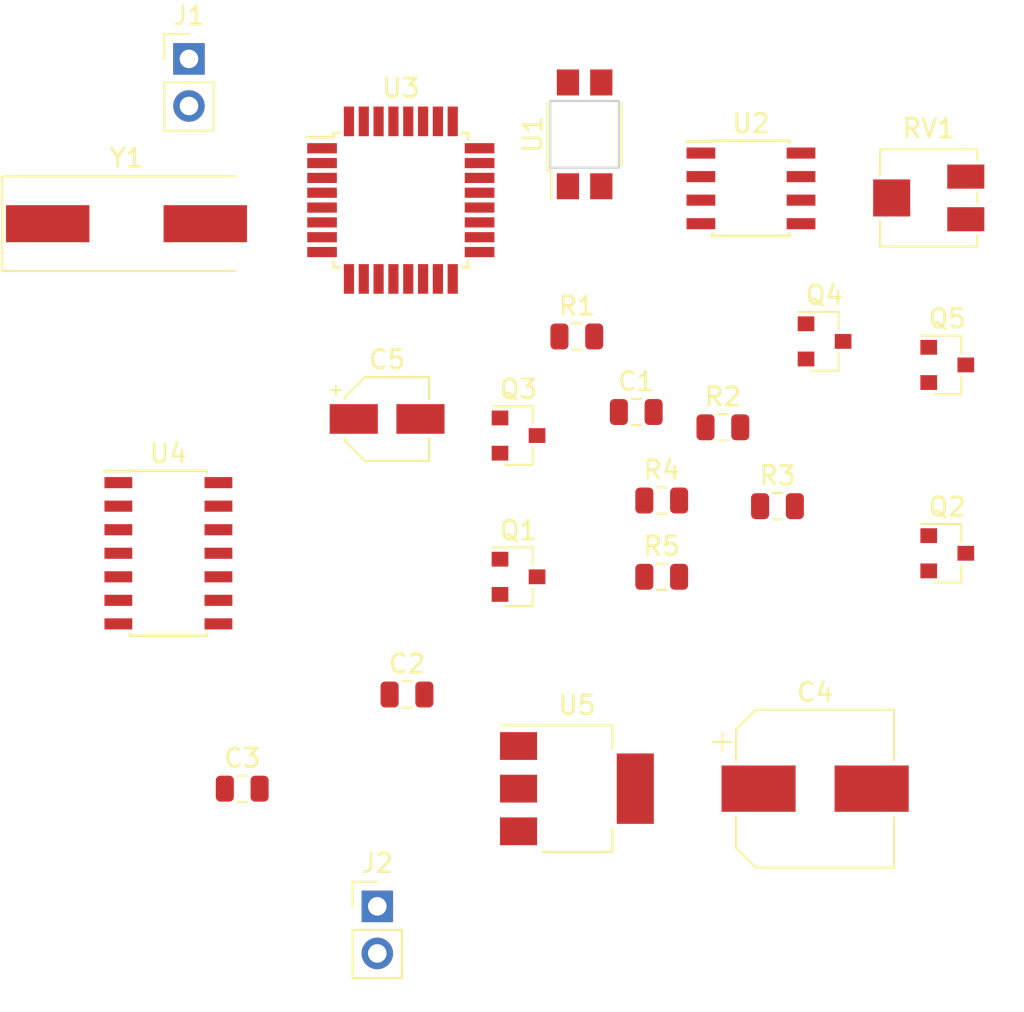
<source format=kicad_pcb>
(kicad_pcb (version 20171130) (host pcbnew "(5.0.0)")

  (general
    (thickness 1.6)
    (drawings 0)
    (tracks 0)
    (zones 0)
    (modules 24)
    (nets 40)
  )

  (page A4)
  (layers
    (0 F.Cu signal)
    (31 B.Cu signal)
    (32 B.Adhes user)
    (33 F.Adhes user)
    (34 B.Paste user)
    (35 F.Paste user)
    (36 B.SilkS user)
    (37 F.SilkS user)
    (38 B.Mask user)
    (39 F.Mask user)
    (40 Dwgs.User user)
    (41 Cmts.User user)
    (42 Eco1.User user)
    (43 Eco2.User user)
    (44 Edge.Cuts user)
    (45 Margin user)
    (46 B.CrtYd user)
    (47 F.CrtYd user)
    (48 B.Fab user)
    (49 F.Fab user)
  )

  (setup
    (last_trace_width 0.25)
    (trace_clearance 0.2)
    (zone_clearance 0.508)
    (zone_45_only no)
    (trace_min 0.2)
    (segment_width 0.2)
    (edge_width 0.15)
    (via_size 0.8)
    (via_drill 0.4)
    (via_min_size 0.4)
    (via_min_drill 0.3)
    (uvia_size 0.3)
    (uvia_drill 0.1)
    (uvias_allowed no)
    (uvia_min_size 0.2)
    (uvia_min_drill 0.1)
    (pcb_text_width 0.3)
    (pcb_text_size 1.5 1.5)
    (mod_edge_width 0.15)
    (mod_text_size 1 1)
    (mod_text_width 0.15)
    (pad_size 1.524 1.524)
    (pad_drill 0.762)
    (pad_to_mask_clearance 0.2)
    (aux_axis_origin 0 0)
    (visible_elements FFFFFF7F)
    (pcbplotparams
      (layerselection 0x010fc_ffffffff)
      (usegerberextensions false)
      (usegerberattributes false)
      (usegerberadvancedattributes false)
      (creategerberjobfile false)
      (excludeedgelayer true)
      (linewidth 0.100000)
      (plotframeref false)
      (viasonmask false)
      (mode 1)
      (useauxorigin false)
      (hpglpennumber 1)
      (hpglpenspeed 20)
      (hpglpendiameter 15.000000)
      (psnegative false)
      (psa4output false)
      (plotreference true)
      (plotvalue true)
      (plotinvisibletext false)
      (padsonsilk false)
      (subtractmaskfromsilk false)
      (outputformat 1)
      (mirror false)
      (drillshape 1)
      (scaleselection 1)
      (outputdirectory ""))
  )

  (net 0 "")
  (net 1 "Net-(C1-Pad1)")
  (net 2 GND)
  (net 3 "Net-(C2-Pad1)")
  (net 4 "Net-(C3-Pad1)")
  (net 5 "Net-(C4-Pad1)")
  (net 6 "Net-(C5-Pad1)")
  (net 7 "Net-(J1-Pad1)")
  (net 8 "Net-(J1-Pad2)")
  (net 9 "Net-(J2-Pad2)")
  (net 10 "Net-(J2-Pad1)")
  (net 11 /M-)
  (net 12 "Net-(Q2-Pad1)")
  (net 13 "Net-(Q3-Pad1)")
  (net 14 "Net-(Q4-Pad1)")
  (net 15 +6V)
  (net 16 "Net-(R1-Pad2)")
  (net 17 "Net-(R2-Pad2)")
  (net 18 "Net-(R3-Pad2)")
  (net 19 "Net-(RV1-Pad2)")
  (net 20 "Net-(U2-Pad5)")
  (net 21 "Net-(U3-Pad1)")
  (net 22 "Net-(U3-Pad2)")
  (net 23 "Net-(U3-Pad9)")
  (net 24 /PWM)
  (net 25 "Net-(U3-Pad14)")
  (net 26 "Net-(U3-Pad15)")
  (net 27 "Net-(U3-Pad16)")
  (net 28 "Net-(U3-Pad17)")
  (net 29 "Net-(U3-Pad19)")
  (net 30 "Net-(U3-Pad20)")
  (net 31 "Net-(U3-Pad22)")
  (net 32 "Net-(U3-Pad24)")
  (net 33 "Net-(U3-Pad25)")
  (net 34 "Net-(U3-Pad26)")
  (net 35 "Net-(U3-Pad27)")
  (net 36 "Net-(U3-Pad28)")
  (net 37 "Net-(U3-Pad29)")
  (net 38 "Net-(U3-Pad32)")
  (net 39 "Net-(U4-Pad11)")

  (net_class Default "Это класс цепей по умолчанию."
    (clearance 0.2)
    (trace_width 0.25)
    (via_dia 0.8)
    (via_drill 0.4)
    (uvia_dia 0.3)
    (uvia_drill 0.1)
    (add_net +6V)
    (add_net /M-)
    (add_net /PWM)
    (add_net GND)
    (add_net "Net-(C1-Pad1)")
    (add_net "Net-(C2-Pad1)")
    (add_net "Net-(C3-Pad1)")
    (add_net "Net-(C4-Pad1)")
    (add_net "Net-(C5-Pad1)")
    (add_net "Net-(J1-Pad1)")
    (add_net "Net-(J1-Pad2)")
    (add_net "Net-(J2-Pad1)")
    (add_net "Net-(J2-Pad2)")
    (add_net "Net-(Q2-Pad1)")
    (add_net "Net-(Q3-Pad1)")
    (add_net "Net-(Q4-Pad1)")
    (add_net "Net-(R1-Pad2)")
    (add_net "Net-(R2-Pad2)")
    (add_net "Net-(R3-Pad2)")
    (add_net "Net-(RV1-Pad2)")
    (add_net "Net-(U2-Pad5)")
    (add_net "Net-(U3-Pad1)")
    (add_net "Net-(U3-Pad14)")
    (add_net "Net-(U3-Pad15)")
    (add_net "Net-(U3-Pad16)")
    (add_net "Net-(U3-Pad17)")
    (add_net "Net-(U3-Pad19)")
    (add_net "Net-(U3-Pad2)")
    (add_net "Net-(U3-Pad20)")
    (add_net "Net-(U3-Pad22)")
    (add_net "Net-(U3-Pad24)")
    (add_net "Net-(U3-Pad25)")
    (add_net "Net-(U3-Pad26)")
    (add_net "Net-(U3-Pad27)")
    (add_net "Net-(U3-Pad28)")
    (add_net "Net-(U3-Pad29)")
    (add_net "Net-(U3-Pad32)")
    (add_net "Net-(U3-Pad9)")
    (add_net "Net-(U4-Pad11)")
  )

  (module Capacitor_SMD:C_0805_2012Metric (layer F.Cu) (tedit 5B36C52B) (tstamp 5BFDA4CE)
    (at 138.43 76.2)
    (descr "Capacitor SMD 0805 (2012 Metric), square (rectangular) end terminal, IPC_7351 nominal, (Body size source: https://docs.google.com/spreadsheets/d/1BsfQQcO9C6DZCsRaXUlFlo91Tg2WpOkGARC1WS5S8t0/edit?usp=sharing), generated with kicad-footprint-generator")
    (tags capacitor)
    (path /5BF48675)
    (attr smd)
    (fp_text reference C1 (at 0 -1.65) (layer F.SilkS)
      (effects (font (size 1 1) (thickness 0.15)))
    )
    (fp_text value 100n (at 0 1.65) (layer F.Fab)
      (effects (font (size 1 1) (thickness 0.15)))
    )
    (fp_line (start -1 0.6) (end -1 -0.6) (layer F.Fab) (width 0.1))
    (fp_line (start -1 -0.6) (end 1 -0.6) (layer F.Fab) (width 0.1))
    (fp_line (start 1 -0.6) (end 1 0.6) (layer F.Fab) (width 0.1))
    (fp_line (start 1 0.6) (end -1 0.6) (layer F.Fab) (width 0.1))
    (fp_line (start -0.258578 -0.71) (end 0.258578 -0.71) (layer F.SilkS) (width 0.12))
    (fp_line (start -0.258578 0.71) (end 0.258578 0.71) (layer F.SilkS) (width 0.12))
    (fp_line (start -1.68 0.95) (end -1.68 -0.95) (layer F.CrtYd) (width 0.05))
    (fp_line (start -1.68 -0.95) (end 1.68 -0.95) (layer F.CrtYd) (width 0.05))
    (fp_line (start 1.68 -0.95) (end 1.68 0.95) (layer F.CrtYd) (width 0.05))
    (fp_line (start 1.68 0.95) (end -1.68 0.95) (layer F.CrtYd) (width 0.05))
    (fp_text user %R (at 0 0) (layer F.Fab)
      (effects (font (size 0.5 0.5) (thickness 0.08)))
    )
    (pad 1 smd roundrect (at -0.9375 0) (size 0.975 1.4) (layers F.Cu F.Paste F.Mask) (roundrect_rratio 0.25)
      (net 1 "Net-(C1-Pad1)"))
    (pad 2 smd roundrect (at 0.9375 0) (size 0.975 1.4) (layers F.Cu F.Paste F.Mask) (roundrect_rratio 0.25)
      (net 2 GND))
    (model ${KISYS3DMOD}/Capacitor_SMD.3dshapes/C_0805_2012Metric.wrl
      (at (xyz 0 0 0))
      (scale (xyz 1 1 1))
      (rotate (xyz 0 0 0))
    )
  )

  (module Capacitor_SMD:C_0805_2012Metric (layer F.Cu) (tedit 5B36C52B) (tstamp 5BFDA4DF)
    (at 126.0625 91.44)
    (descr "Capacitor SMD 0805 (2012 Metric), square (rectangular) end terminal, IPC_7351 nominal, (Body size source: https://docs.google.com/spreadsheets/d/1BsfQQcO9C6DZCsRaXUlFlo91Tg2WpOkGARC1WS5S8t0/edit?usp=sharing), generated with kicad-footprint-generator")
    (tags capacitor)
    (path /5BD3D5DF)
    (attr smd)
    (fp_text reference C2 (at 0 -1.65) (layer F.SilkS)
      (effects (font (size 1 1) (thickness 0.15)))
    )
    (fp_text value C_Small (at 0 1.65) (layer F.Fab)
      (effects (font (size 1 1) (thickness 0.15)))
    )
    (fp_text user %R (at 0 0) (layer F.Fab)
      (effects (font (size 0.5 0.5) (thickness 0.08)))
    )
    (fp_line (start 1.68 0.95) (end -1.68 0.95) (layer F.CrtYd) (width 0.05))
    (fp_line (start 1.68 -0.95) (end 1.68 0.95) (layer F.CrtYd) (width 0.05))
    (fp_line (start -1.68 -0.95) (end 1.68 -0.95) (layer F.CrtYd) (width 0.05))
    (fp_line (start -1.68 0.95) (end -1.68 -0.95) (layer F.CrtYd) (width 0.05))
    (fp_line (start -0.258578 0.71) (end 0.258578 0.71) (layer F.SilkS) (width 0.12))
    (fp_line (start -0.258578 -0.71) (end 0.258578 -0.71) (layer F.SilkS) (width 0.12))
    (fp_line (start 1 0.6) (end -1 0.6) (layer F.Fab) (width 0.1))
    (fp_line (start 1 -0.6) (end 1 0.6) (layer F.Fab) (width 0.1))
    (fp_line (start -1 -0.6) (end 1 -0.6) (layer F.Fab) (width 0.1))
    (fp_line (start -1 0.6) (end -1 -0.6) (layer F.Fab) (width 0.1))
    (pad 2 smd roundrect (at 0.9375 0) (size 0.975 1.4) (layers F.Cu F.Paste F.Mask) (roundrect_rratio 0.25)
      (net 2 GND))
    (pad 1 smd roundrect (at -0.9375 0) (size 0.975 1.4) (layers F.Cu F.Paste F.Mask) (roundrect_rratio 0.25)
      (net 3 "Net-(C2-Pad1)"))
    (model ${KISYS3DMOD}/Capacitor_SMD.3dshapes/C_0805_2012Metric.wrl
      (at (xyz 0 0 0))
      (scale (xyz 1 1 1))
      (rotate (xyz 0 0 0))
    )
  )

  (module Capacitor_SMD:C_0805_2012Metric (layer F.Cu) (tedit 5B36C52B) (tstamp 5BFDA4F0)
    (at 117.1725 96.52)
    (descr "Capacitor SMD 0805 (2012 Metric), square (rectangular) end terminal, IPC_7351 nominal, (Body size source: https://docs.google.com/spreadsheets/d/1BsfQQcO9C6DZCsRaXUlFlo91Tg2WpOkGARC1WS5S8t0/edit?usp=sharing), generated with kicad-footprint-generator")
    (tags capacitor)
    (path /5BD3D65D)
    (attr smd)
    (fp_text reference C3 (at 0 -1.65) (layer F.SilkS)
      (effects (font (size 1 1) (thickness 0.15)))
    )
    (fp_text value C_Small (at 0 1.65) (layer F.Fab)
      (effects (font (size 1 1) (thickness 0.15)))
    )
    (fp_line (start -1 0.6) (end -1 -0.6) (layer F.Fab) (width 0.1))
    (fp_line (start -1 -0.6) (end 1 -0.6) (layer F.Fab) (width 0.1))
    (fp_line (start 1 -0.6) (end 1 0.6) (layer F.Fab) (width 0.1))
    (fp_line (start 1 0.6) (end -1 0.6) (layer F.Fab) (width 0.1))
    (fp_line (start -0.258578 -0.71) (end 0.258578 -0.71) (layer F.SilkS) (width 0.12))
    (fp_line (start -0.258578 0.71) (end 0.258578 0.71) (layer F.SilkS) (width 0.12))
    (fp_line (start -1.68 0.95) (end -1.68 -0.95) (layer F.CrtYd) (width 0.05))
    (fp_line (start -1.68 -0.95) (end 1.68 -0.95) (layer F.CrtYd) (width 0.05))
    (fp_line (start 1.68 -0.95) (end 1.68 0.95) (layer F.CrtYd) (width 0.05))
    (fp_line (start 1.68 0.95) (end -1.68 0.95) (layer F.CrtYd) (width 0.05))
    (fp_text user %R (at 0 0) (layer F.Fab)
      (effects (font (size 0.5 0.5) (thickness 0.08)))
    )
    (pad 1 smd roundrect (at -0.9375 0) (size 0.975 1.4) (layers F.Cu F.Paste F.Mask) (roundrect_rratio 0.25)
      (net 4 "Net-(C3-Pad1)"))
    (pad 2 smd roundrect (at 0.9375 0) (size 0.975 1.4) (layers F.Cu F.Paste F.Mask) (roundrect_rratio 0.25)
      (net 2 GND))
    (model ${KISYS3DMOD}/Capacitor_SMD.3dshapes/C_0805_2012Metric.wrl
      (at (xyz 0 0 0))
      (scale (xyz 1 1 1))
      (rotate (xyz 0 0 0))
    )
  )

  (module Capacitor_SMD:CP_Elec_8x5.4 (layer F.Cu) (tedit 5A841F9D) (tstamp 5BFDA518)
    (at 148.08 96.52)
    (descr "SMT capacitor, aluminium electrolytic, 8x5.4, Nichicon ")
    (tags "Capacitor Electrolytic")
    (path /5BD28CB3)
    (attr smd)
    (fp_text reference C4 (at 0 -5.2) (layer F.SilkS)
      (effects (font (size 1 1) (thickness 0.15)))
    )
    (fp_text value CP (at 0 5.2) (layer F.Fab)
      (effects (font (size 1 1) (thickness 0.15)))
    )
    (fp_circle (center 0 0) (end 4 0) (layer F.Fab) (width 0.1))
    (fp_line (start 4.15 -4.15) (end 4.15 4.15) (layer F.Fab) (width 0.1))
    (fp_line (start -3.15 -4.15) (end 4.15 -4.15) (layer F.Fab) (width 0.1))
    (fp_line (start -3.15 4.15) (end 4.15 4.15) (layer F.Fab) (width 0.1))
    (fp_line (start -4.15 -3.15) (end -4.15 3.15) (layer F.Fab) (width 0.1))
    (fp_line (start -4.15 -3.15) (end -3.15 -4.15) (layer F.Fab) (width 0.1))
    (fp_line (start -4.15 3.15) (end -3.15 4.15) (layer F.Fab) (width 0.1))
    (fp_line (start -3.562278 -1.5) (end -2.762278 -1.5) (layer F.Fab) (width 0.1))
    (fp_line (start -3.162278 -1.9) (end -3.162278 -1.1) (layer F.Fab) (width 0.1))
    (fp_line (start 4.26 4.26) (end 4.26 1.51) (layer F.SilkS) (width 0.12))
    (fp_line (start 4.26 -4.26) (end 4.26 -1.51) (layer F.SilkS) (width 0.12))
    (fp_line (start -3.195563 -4.26) (end 4.26 -4.26) (layer F.SilkS) (width 0.12))
    (fp_line (start -3.195563 4.26) (end 4.26 4.26) (layer F.SilkS) (width 0.12))
    (fp_line (start -4.26 3.195563) (end -4.26 1.51) (layer F.SilkS) (width 0.12))
    (fp_line (start -4.26 -3.195563) (end -4.26 -1.51) (layer F.SilkS) (width 0.12))
    (fp_line (start -4.26 -3.195563) (end -3.195563 -4.26) (layer F.SilkS) (width 0.12))
    (fp_line (start -4.26 3.195563) (end -3.195563 4.26) (layer F.SilkS) (width 0.12))
    (fp_line (start -5.5 -2.51) (end -4.5 -2.51) (layer F.SilkS) (width 0.12))
    (fp_line (start -5 -3.01) (end -5 -2.01) (layer F.SilkS) (width 0.12))
    (fp_line (start 4.4 -4.4) (end 4.4 -1.5) (layer F.CrtYd) (width 0.05))
    (fp_line (start 4.4 -1.5) (end 5.3 -1.5) (layer F.CrtYd) (width 0.05))
    (fp_line (start 5.3 -1.5) (end 5.3 1.5) (layer F.CrtYd) (width 0.05))
    (fp_line (start 5.3 1.5) (end 4.4 1.5) (layer F.CrtYd) (width 0.05))
    (fp_line (start 4.4 1.5) (end 4.4 4.4) (layer F.CrtYd) (width 0.05))
    (fp_line (start -3.25 4.4) (end 4.4 4.4) (layer F.CrtYd) (width 0.05))
    (fp_line (start -3.25 -4.4) (end 4.4 -4.4) (layer F.CrtYd) (width 0.05))
    (fp_line (start -4.4 3.25) (end -3.25 4.4) (layer F.CrtYd) (width 0.05))
    (fp_line (start -4.4 -3.25) (end -3.25 -4.4) (layer F.CrtYd) (width 0.05))
    (fp_line (start -4.4 -3.25) (end -4.4 -1.5) (layer F.CrtYd) (width 0.05))
    (fp_line (start -4.4 1.5) (end -4.4 3.25) (layer F.CrtYd) (width 0.05))
    (fp_line (start -4.4 -1.5) (end -5.3 -1.5) (layer F.CrtYd) (width 0.05))
    (fp_line (start -5.3 -1.5) (end -5.3 1.5) (layer F.CrtYd) (width 0.05))
    (fp_line (start -5.3 1.5) (end -4.4 1.5) (layer F.CrtYd) (width 0.05))
    (fp_text user %R (at 0 0) (layer F.Fab)
      (effects (font (size 1 1) (thickness 0.15)))
    )
    (pad 1 smd rect (at -3.05 0) (size 4 2.5) (layers F.Cu F.Paste F.Mask)
      (net 5 "Net-(C4-Pad1)"))
    (pad 2 smd rect (at 3.05 0) (size 4 2.5) (layers F.Cu F.Paste F.Mask)
      (net 2 GND))
    (model ${KISYS3DMOD}/Capacitor_SMD.3dshapes/CP_Elec_8x5.4.wrl
      (at (xyz 0 0 0))
      (scale (xyz 1 1 1))
      (rotate (xyz 0 0 0))
    )
  )

  (module Capacitor_SMD:CP_Elec_4x3 (layer F.Cu) (tedit 5A841F9D) (tstamp 5BFDA540)
    (at 124.99 76.575001)
    (descr "SMT capacitor, aluminium electrolytic, 4x3, Nichicon ")
    (tags "Capacitor Electrolytic")
    (path /5BD28C33)
    (attr smd)
    (fp_text reference C5 (at 0 -3.2) (layer F.SilkS)
      (effects (font (size 1 1) (thickness 0.15)))
    )
    (fp_text value CP (at 0 3.2) (layer F.Fab)
      (effects (font (size 1 1) (thickness 0.15)))
    )
    (fp_circle (center 0 0) (end 2 0) (layer F.Fab) (width 0.1))
    (fp_line (start 2.15 -2.15) (end 2.15 2.15) (layer F.Fab) (width 0.1))
    (fp_line (start -1.15 -2.15) (end 2.15 -2.15) (layer F.Fab) (width 0.1))
    (fp_line (start -1.15 2.15) (end 2.15 2.15) (layer F.Fab) (width 0.1))
    (fp_line (start -2.15 -1.15) (end -2.15 1.15) (layer F.Fab) (width 0.1))
    (fp_line (start -2.15 -1.15) (end -1.15 -2.15) (layer F.Fab) (width 0.1))
    (fp_line (start -2.15 1.15) (end -1.15 2.15) (layer F.Fab) (width 0.1))
    (fp_line (start -1.574773 -1) (end -1.174773 -1) (layer F.Fab) (width 0.1))
    (fp_line (start -1.374773 -1.2) (end -1.374773 -0.8) (layer F.Fab) (width 0.1))
    (fp_line (start 2.26 2.26) (end 2.26 1.06) (layer F.SilkS) (width 0.12))
    (fp_line (start 2.26 -2.26) (end 2.26 -1.06) (layer F.SilkS) (width 0.12))
    (fp_line (start -1.195563 -2.26) (end 2.26 -2.26) (layer F.SilkS) (width 0.12))
    (fp_line (start -1.195563 2.26) (end 2.26 2.26) (layer F.SilkS) (width 0.12))
    (fp_line (start -2.26 1.195563) (end -2.26 1.06) (layer F.SilkS) (width 0.12))
    (fp_line (start -2.26 -1.195563) (end -2.26 -1.06) (layer F.SilkS) (width 0.12))
    (fp_line (start -2.26 -1.195563) (end -1.195563 -2.26) (layer F.SilkS) (width 0.12))
    (fp_line (start -2.26 1.195563) (end -1.195563 2.26) (layer F.SilkS) (width 0.12))
    (fp_line (start -3 -1.56) (end -2.5 -1.56) (layer F.SilkS) (width 0.12))
    (fp_line (start -2.75 -1.81) (end -2.75 -1.31) (layer F.SilkS) (width 0.12))
    (fp_line (start 2.4 -2.4) (end 2.4 -1.05) (layer F.CrtYd) (width 0.05))
    (fp_line (start 2.4 -1.05) (end 3.35 -1.05) (layer F.CrtYd) (width 0.05))
    (fp_line (start 3.35 -1.05) (end 3.35 1.05) (layer F.CrtYd) (width 0.05))
    (fp_line (start 3.35 1.05) (end 2.4 1.05) (layer F.CrtYd) (width 0.05))
    (fp_line (start 2.4 1.05) (end 2.4 2.4) (layer F.CrtYd) (width 0.05))
    (fp_line (start -1.25 2.4) (end 2.4 2.4) (layer F.CrtYd) (width 0.05))
    (fp_line (start -1.25 -2.4) (end 2.4 -2.4) (layer F.CrtYd) (width 0.05))
    (fp_line (start -2.4 1.25) (end -1.25 2.4) (layer F.CrtYd) (width 0.05))
    (fp_line (start -2.4 -1.25) (end -1.25 -2.4) (layer F.CrtYd) (width 0.05))
    (fp_line (start -2.4 -1.25) (end -2.4 -1.05) (layer F.CrtYd) (width 0.05))
    (fp_line (start -2.4 1.05) (end -2.4 1.25) (layer F.CrtYd) (width 0.05))
    (fp_line (start -2.4 -1.05) (end -3.35 -1.05) (layer F.CrtYd) (width 0.05))
    (fp_line (start -3.35 -1.05) (end -3.35 1.05) (layer F.CrtYd) (width 0.05))
    (fp_line (start -3.35 1.05) (end -2.4 1.05) (layer F.CrtYd) (width 0.05))
    (fp_text user %R (at 0 0) (layer F.Fab)
      (effects (font (size 0.8 0.8) (thickness 0.12)))
    )
    (pad 1 smd rect (at -1.8 0) (size 2.6 1.6) (layers F.Cu F.Paste F.Mask)
      (net 6 "Net-(C5-Pad1)"))
    (pad 2 smd rect (at 1.8 0) (size 2.6 1.6) (layers F.Cu F.Paste F.Mask)
      (net 2 GND))
    (model ${KISYS3DMOD}/Capacitor_SMD.3dshapes/CP_Elec_4x3.wrl
      (at (xyz 0 0 0))
      (scale (xyz 1 1 1))
      (rotate (xyz 0 0 0))
    )
  )

  (module Connector_PinHeader_2.54mm:PinHeader_1x02_P2.54mm_Vertical (layer F.Cu) (tedit 59FED5CC) (tstamp 5BFDA556)
    (at 114.3 57.15)
    (descr "Through hole straight pin header, 1x02, 2.54mm pitch, single row")
    (tags "Through hole pin header THT 1x02 2.54mm single row")
    (path /5BF31C5B)
    (fp_text reference J1 (at 0 -2.33) (layer F.SilkS)
      (effects (font (size 1 1) (thickness 0.15)))
    )
    (fp_text value UART (at 0 4.87) (layer F.Fab)
      (effects (font (size 1 1) (thickness 0.15)))
    )
    (fp_line (start -0.635 -1.27) (end 1.27 -1.27) (layer F.Fab) (width 0.1))
    (fp_line (start 1.27 -1.27) (end 1.27 3.81) (layer F.Fab) (width 0.1))
    (fp_line (start 1.27 3.81) (end -1.27 3.81) (layer F.Fab) (width 0.1))
    (fp_line (start -1.27 3.81) (end -1.27 -0.635) (layer F.Fab) (width 0.1))
    (fp_line (start -1.27 -0.635) (end -0.635 -1.27) (layer F.Fab) (width 0.1))
    (fp_line (start -1.33 3.87) (end 1.33 3.87) (layer F.SilkS) (width 0.12))
    (fp_line (start -1.33 1.27) (end -1.33 3.87) (layer F.SilkS) (width 0.12))
    (fp_line (start 1.33 1.27) (end 1.33 3.87) (layer F.SilkS) (width 0.12))
    (fp_line (start -1.33 1.27) (end 1.33 1.27) (layer F.SilkS) (width 0.12))
    (fp_line (start -1.33 0) (end -1.33 -1.33) (layer F.SilkS) (width 0.12))
    (fp_line (start -1.33 -1.33) (end 0 -1.33) (layer F.SilkS) (width 0.12))
    (fp_line (start -1.8 -1.8) (end -1.8 4.35) (layer F.CrtYd) (width 0.05))
    (fp_line (start -1.8 4.35) (end 1.8 4.35) (layer F.CrtYd) (width 0.05))
    (fp_line (start 1.8 4.35) (end 1.8 -1.8) (layer F.CrtYd) (width 0.05))
    (fp_line (start 1.8 -1.8) (end -1.8 -1.8) (layer F.CrtYd) (width 0.05))
    (fp_text user %R (at 0 1.27 90) (layer F.Fab)
      (effects (font (size 1 1) (thickness 0.15)))
    )
    (pad 1 thru_hole rect (at 0 0) (size 1.7 1.7) (drill 1) (layers *.Cu *.Mask)
      (net 7 "Net-(J1-Pad1)"))
    (pad 2 thru_hole oval (at 0 2.54) (size 1.7 1.7) (drill 1) (layers *.Cu *.Mask)
      (net 8 "Net-(J1-Pad2)"))
    (model ${KISYS3DMOD}/Connector_PinHeader_2.54mm.3dshapes/PinHeader_1x02_P2.54mm_Vertical.wrl
      (at (xyz 0 0 0))
      (scale (xyz 1 1 1))
      (rotate (xyz 0 0 0))
    )
  )

  (module Connector_PinHeader_2.54mm:PinHeader_1x02_P2.54mm_Vertical (layer F.Cu) (tedit 59FED5CC) (tstamp 5BFDA56C)
    (at 124.46 102.87)
    (descr "Through hole straight pin header, 1x02, 2.54mm pitch, single row")
    (tags "Through hole pin header THT 1x02 2.54mm single row")
    (path /5BF78960)
    (fp_text reference J2 (at 0 -2.33) (layer F.SilkS)
      (effects (font (size 1 1) (thickness 0.15)))
    )
    (fp_text value Conn_01x02_Male (at 0 4.87) (layer F.Fab)
      (effects (font (size 1 1) (thickness 0.15)))
    )
    (fp_text user %R (at 0 1.27 90) (layer F.Fab)
      (effects (font (size 1 1) (thickness 0.15)))
    )
    (fp_line (start 1.8 -1.8) (end -1.8 -1.8) (layer F.CrtYd) (width 0.05))
    (fp_line (start 1.8 4.35) (end 1.8 -1.8) (layer F.CrtYd) (width 0.05))
    (fp_line (start -1.8 4.35) (end 1.8 4.35) (layer F.CrtYd) (width 0.05))
    (fp_line (start -1.8 -1.8) (end -1.8 4.35) (layer F.CrtYd) (width 0.05))
    (fp_line (start -1.33 -1.33) (end 0 -1.33) (layer F.SilkS) (width 0.12))
    (fp_line (start -1.33 0) (end -1.33 -1.33) (layer F.SilkS) (width 0.12))
    (fp_line (start -1.33 1.27) (end 1.33 1.27) (layer F.SilkS) (width 0.12))
    (fp_line (start 1.33 1.27) (end 1.33 3.87) (layer F.SilkS) (width 0.12))
    (fp_line (start -1.33 1.27) (end -1.33 3.87) (layer F.SilkS) (width 0.12))
    (fp_line (start -1.33 3.87) (end 1.33 3.87) (layer F.SilkS) (width 0.12))
    (fp_line (start -1.27 -0.635) (end -0.635 -1.27) (layer F.Fab) (width 0.1))
    (fp_line (start -1.27 3.81) (end -1.27 -0.635) (layer F.Fab) (width 0.1))
    (fp_line (start 1.27 3.81) (end -1.27 3.81) (layer F.Fab) (width 0.1))
    (fp_line (start 1.27 -1.27) (end 1.27 3.81) (layer F.Fab) (width 0.1))
    (fp_line (start -0.635 -1.27) (end 1.27 -1.27) (layer F.Fab) (width 0.1))
    (pad 2 thru_hole oval (at 0 2.54) (size 1.7 1.7) (drill 1) (layers *.Cu *.Mask)
      (net 9 "Net-(J2-Pad2)"))
    (pad 1 thru_hole rect (at 0 0) (size 1.7 1.7) (drill 1) (layers *.Cu *.Mask)
      (net 10 "Net-(J2-Pad1)"))
    (model ${KISYS3DMOD}/Connector_PinHeader_2.54mm.3dshapes/PinHeader_1x02_P2.54mm_Vertical.wrl
      (at (xyz 0 0 0))
      (scale (xyz 1 1 1))
      (rotate (xyz 0 0 0))
    )
  )

  (module Package_TO_SOT_SMD:SOT-23 (layer F.Cu) (tedit 5A02FF57) (tstamp 5BFDA581)
    (at 132.08 85.09)
    (descr "SOT-23, Standard")
    (tags SOT-23)
    (path /5BCA261D)
    (attr smd)
    (fp_text reference Q1 (at 0 -2.5) (layer F.SilkS)
      (effects (font (size 1 1) (thickness 0.15)))
    )
    (fp_text value IRLML6402 (at 0 2.5) (layer F.Fab)
      (effects (font (size 1 1) (thickness 0.15)))
    )
    (fp_line (start 0.76 1.58) (end -0.7 1.58) (layer F.SilkS) (width 0.12))
    (fp_line (start 0.76 -1.58) (end -1.4 -1.58) (layer F.SilkS) (width 0.12))
    (fp_line (start -1.7 1.75) (end -1.7 -1.75) (layer F.CrtYd) (width 0.05))
    (fp_line (start 1.7 1.75) (end -1.7 1.75) (layer F.CrtYd) (width 0.05))
    (fp_line (start 1.7 -1.75) (end 1.7 1.75) (layer F.CrtYd) (width 0.05))
    (fp_line (start -1.7 -1.75) (end 1.7 -1.75) (layer F.CrtYd) (width 0.05))
    (fp_line (start 0.76 -1.58) (end 0.76 -0.65) (layer F.SilkS) (width 0.12))
    (fp_line (start 0.76 1.58) (end 0.76 0.65) (layer F.SilkS) (width 0.12))
    (fp_line (start -0.7 1.52) (end 0.7 1.52) (layer F.Fab) (width 0.1))
    (fp_line (start 0.7 -1.52) (end 0.7 1.52) (layer F.Fab) (width 0.1))
    (fp_line (start -0.7 -0.95) (end -0.15 -1.52) (layer F.Fab) (width 0.1))
    (fp_line (start -0.15 -1.52) (end 0.7 -1.52) (layer F.Fab) (width 0.1))
    (fp_line (start -0.7 -0.95) (end -0.7 1.5) (layer F.Fab) (width 0.1))
    (fp_text user %R (at 0 0 90) (layer F.Fab)
      (effects (font (size 0.5 0.5) (thickness 0.075)))
    )
    (pad 3 smd rect (at 1 0) (size 0.9 0.8) (layers F.Cu F.Paste F.Mask)
      (net 10 "Net-(J2-Pad1)"))
    (pad 2 smd rect (at -1 0.95) (size 0.9 0.8) (layers F.Cu F.Paste F.Mask)
      (net 6 "Net-(C5-Pad1)"))
    (pad 1 smd rect (at -1 -0.95) (size 0.9 0.8) (layers F.Cu F.Paste F.Mask)
      (net 11 /M-))
    (model ${KISYS3DMOD}/Package_TO_SOT_SMD.3dshapes/SOT-23.wrl
      (at (xyz 0 0 0))
      (scale (xyz 1 1 1))
      (rotate (xyz 0 0 0))
    )
  )

  (module Package_TO_SOT_SMD:SOT-23 (layer F.Cu) (tedit 5A02FF57) (tstamp 5BFDA596)
    (at 155.21 83.82)
    (descr "SOT-23, Standard")
    (tags SOT-23)
    (path /5BCA55D7)
    (attr smd)
    (fp_text reference Q2 (at 0 -2.5) (layer F.SilkS)
      (effects (font (size 1 1) (thickness 0.15)))
    )
    (fp_text value IRLML2502 (at 0 2.5) (layer F.Fab)
      (effects (font (size 1 1) (thickness 0.15)))
    )
    (fp_text user %R (at 0 0 90) (layer F.Fab)
      (effects (font (size 0.5 0.5) (thickness 0.075)))
    )
    (fp_line (start -0.7 -0.95) (end -0.7 1.5) (layer F.Fab) (width 0.1))
    (fp_line (start -0.15 -1.52) (end 0.7 -1.52) (layer F.Fab) (width 0.1))
    (fp_line (start -0.7 -0.95) (end -0.15 -1.52) (layer F.Fab) (width 0.1))
    (fp_line (start 0.7 -1.52) (end 0.7 1.52) (layer F.Fab) (width 0.1))
    (fp_line (start -0.7 1.52) (end 0.7 1.52) (layer F.Fab) (width 0.1))
    (fp_line (start 0.76 1.58) (end 0.76 0.65) (layer F.SilkS) (width 0.12))
    (fp_line (start 0.76 -1.58) (end 0.76 -0.65) (layer F.SilkS) (width 0.12))
    (fp_line (start -1.7 -1.75) (end 1.7 -1.75) (layer F.CrtYd) (width 0.05))
    (fp_line (start 1.7 -1.75) (end 1.7 1.75) (layer F.CrtYd) (width 0.05))
    (fp_line (start 1.7 1.75) (end -1.7 1.75) (layer F.CrtYd) (width 0.05))
    (fp_line (start -1.7 1.75) (end -1.7 -1.75) (layer F.CrtYd) (width 0.05))
    (fp_line (start 0.76 -1.58) (end -1.4 -1.58) (layer F.SilkS) (width 0.12))
    (fp_line (start 0.76 1.58) (end -0.7 1.58) (layer F.SilkS) (width 0.12))
    (pad 1 smd rect (at -1 -0.95) (size 0.9 0.8) (layers F.Cu F.Paste F.Mask)
      (net 12 "Net-(Q2-Pad1)"))
    (pad 2 smd rect (at -1 0.95) (size 0.9 0.8) (layers F.Cu F.Paste F.Mask)
      (net 2 GND))
    (pad 3 smd rect (at 1 0) (size 0.9 0.8) (layers F.Cu F.Paste F.Mask)
      (net 10 "Net-(J2-Pad1)"))
    (model ${KISYS3DMOD}/Package_TO_SOT_SMD.3dshapes/SOT-23.wrl
      (at (xyz 0 0 0))
      (scale (xyz 1 1 1))
      (rotate (xyz 0 0 0))
    )
  )

  (module Package_TO_SOT_SMD:SOT-23 (layer F.Cu) (tedit 5A02FF57) (tstamp 5BFDA5AB)
    (at 132.08 77.47)
    (descr "SOT-23, Standard")
    (tags SOT-23)
    (path /5BCA2511)
    (attr smd)
    (fp_text reference Q3 (at 0 -2.5) (layer F.SilkS)
      (effects (font (size 1 1) (thickness 0.15)))
    )
    (fp_text value IRLML6402 (at 0 2.5) (layer F.Fab)
      (effects (font (size 1 1) (thickness 0.15)))
    )
    (fp_text user %R (at 0 0 90) (layer F.Fab)
      (effects (font (size 0.5 0.5) (thickness 0.075)))
    )
    (fp_line (start -0.7 -0.95) (end -0.7 1.5) (layer F.Fab) (width 0.1))
    (fp_line (start -0.15 -1.52) (end 0.7 -1.52) (layer F.Fab) (width 0.1))
    (fp_line (start -0.7 -0.95) (end -0.15 -1.52) (layer F.Fab) (width 0.1))
    (fp_line (start 0.7 -1.52) (end 0.7 1.52) (layer F.Fab) (width 0.1))
    (fp_line (start -0.7 1.52) (end 0.7 1.52) (layer F.Fab) (width 0.1))
    (fp_line (start 0.76 1.58) (end 0.76 0.65) (layer F.SilkS) (width 0.12))
    (fp_line (start 0.76 -1.58) (end 0.76 -0.65) (layer F.SilkS) (width 0.12))
    (fp_line (start -1.7 -1.75) (end 1.7 -1.75) (layer F.CrtYd) (width 0.05))
    (fp_line (start 1.7 -1.75) (end 1.7 1.75) (layer F.CrtYd) (width 0.05))
    (fp_line (start 1.7 1.75) (end -1.7 1.75) (layer F.CrtYd) (width 0.05))
    (fp_line (start -1.7 1.75) (end -1.7 -1.75) (layer F.CrtYd) (width 0.05))
    (fp_line (start 0.76 -1.58) (end -1.4 -1.58) (layer F.SilkS) (width 0.12))
    (fp_line (start 0.76 1.58) (end -0.7 1.58) (layer F.SilkS) (width 0.12))
    (pad 1 smd rect (at -1 -0.95) (size 0.9 0.8) (layers F.Cu F.Paste F.Mask)
      (net 13 "Net-(Q3-Pad1)"))
    (pad 2 smd rect (at -1 0.95) (size 0.9 0.8) (layers F.Cu F.Paste F.Mask)
      (net 6 "Net-(C5-Pad1)"))
    (pad 3 smd rect (at 1 0) (size 0.9 0.8) (layers F.Cu F.Paste F.Mask)
      (net 9 "Net-(J2-Pad2)"))
    (model ${KISYS3DMOD}/Package_TO_SOT_SMD.3dshapes/SOT-23.wrl
      (at (xyz 0 0 0))
      (scale (xyz 1 1 1))
      (rotate (xyz 0 0 0))
    )
  )

  (module Package_TO_SOT_SMD:SOT-23 (layer F.Cu) (tedit 5A02FF57) (tstamp 5BFDA5C0)
    (at 148.59 72.39)
    (descr "SOT-23, Standard")
    (tags SOT-23)
    (path /5BCB1130)
    (attr smd)
    (fp_text reference Q4 (at 0 -2.5) (layer F.SilkS)
      (effects (font (size 1 1) (thickness 0.15)))
    )
    (fp_text value IRLML2502 (at 0 2.5) (layer F.Fab)
      (effects (font (size 1 1) (thickness 0.15)))
    )
    (fp_line (start 0.76 1.58) (end -0.7 1.58) (layer F.SilkS) (width 0.12))
    (fp_line (start 0.76 -1.58) (end -1.4 -1.58) (layer F.SilkS) (width 0.12))
    (fp_line (start -1.7 1.75) (end -1.7 -1.75) (layer F.CrtYd) (width 0.05))
    (fp_line (start 1.7 1.75) (end -1.7 1.75) (layer F.CrtYd) (width 0.05))
    (fp_line (start 1.7 -1.75) (end 1.7 1.75) (layer F.CrtYd) (width 0.05))
    (fp_line (start -1.7 -1.75) (end 1.7 -1.75) (layer F.CrtYd) (width 0.05))
    (fp_line (start 0.76 -1.58) (end 0.76 -0.65) (layer F.SilkS) (width 0.12))
    (fp_line (start 0.76 1.58) (end 0.76 0.65) (layer F.SilkS) (width 0.12))
    (fp_line (start -0.7 1.52) (end 0.7 1.52) (layer F.Fab) (width 0.1))
    (fp_line (start 0.7 -1.52) (end 0.7 1.52) (layer F.Fab) (width 0.1))
    (fp_line (start -0.7 -0.95) (end -0.15 -1.52) (layer F.Fab) (width 0.1))
    (fp_line (start -0.15 -1.52) (end 0.7 -1.52) (layer F.Fab) (width 0.1))
    (fp_line (start -0.7 -0.95) (end -0.7 1.5) (layer F.Fab) (width 0.1))
    (fp_text user %R (at 0 0 90) (layer F.Fab)
      (effects (font (size 0.5 0.5) (thickness 0.075)))
    )
    (pad 3 smd rect (at 1 0) (size 0.9 0.8) (layers F.Cu F.Paste F.Mask)
      (net 9 "Net-(J2-Pad2)"))
    (pad 2 smd rect (at -1 0.95) (size 0.9 0.8) (layers F.Cu F.Paste F.Mask)
      (net 2 GND))
    (pad 1 smd rect (at -1 -0.95) (size 0.9 0.8) (layers F.Cu F.Paste F.Mask)
      (net 14 "Net-(Q4-Pad1)"))
    (model ${KISYS3DMOD}/Package_TO_SOT_SMD.3dshapes/SOT-23.wrl
      (at (xyz 0 0 0))
      (scale (xyz 1 1 1))
      (rotate (xyz 0 0 0))
    )
  )

  (module Package_TO_SOT_SMD:SOT-23 (layer F.Cu) (tedit 5A02FF57) (tstamp 5BFDA5D5)
    (at 155.21 73.66)
    (descr "SOT-23, Standard")
    (tags SOT-23)
    (path /5BCA247B)
    (attr smd)
    (fp_text reference Q5 (at 0 -2.5) (layer F.SilkS)
      (effects (font (size 1 1) (thickness 0.15)))
    )
    (fp_text value IRLML6402 (at 0 2.5) (layer F.Fab)
      (effects (font (size 1 1) (thickness 0.15)))
    )
    (fp_text user %R (at 0 0 90) (layer F.Fab)
      (effects (font (size 0.5 0.5) (thickness 0.075)))
    )
    (fp_line (start -0.7 -0.95) (end -0.7 1.5) (layer F.Fab) (width 0.1))
    (fp_line (start -0.15 -1.52) (end 0.7 -1.52) (layer F.Fab) (width 0.1))
    (fp_line (start -0.7 -0.95) (end -0.15 -1.52) (layer F.Fab) (width 0.1))
    (fp_line (start 0.7 -1.52) (end 0.7 1.52) (layer F.Fab) (width 0.1))
    (fp_line (start -0.7 1.52) (end 0.7 1.52) (layer F.Fab) (width 0.1))
    (fp_line (start 0.76 1.58) (end 0.76 0.65) (layer F.SilkS) (width 0.12))
    (fp_line (start 0.76 -1.58) (end 0.76 -0.65) (layer F.SilkS) (width 0.12))
    (fp_line (start -1.7 -1.75) (end 1.7 -1.75) (layer F.CrtYd) (width 0.05))
    (fp_line (start 1.7 -1.75) (end 1.7 1.75) (layer F.CrtYd) (width 0.05))
    (fp_line (start 1.7 1.75) (end -1.7 1.75) (layer F.CrtYd) (width 0.05))
    (fp_line (start -1.7 1.75) (end -1.7 -1.75) (layer F.CrtYd) (width 0.05))
    (fp_line (start 0.76 -1.58) (end -1.4 -1.58) (layer F.SilkS) (width 0.12))
    (fp_line (start 0.76 1.58) (end -0.7 1.58) (layer F.SilkS) (width 0.12))
    (pad 1 smd rect (at -1 -0.95) (size 0.9 0.8) (layers F.Cu F.Paste F.Mask)
      (net 2 GND))
    (pad 2 smd rect (at -1 0.95) (size 0.9 0.8) (layers F.Cu F.Paste F.Mask)
      (net 6 "Net-(C5-Pad1)"))
    (pad 3 smd rect (at 1 0) (size 0.9 0.8) (layers F.Cu F.Paste F.Mask)
      (net 15 +6V))
    (model ${KISYS3DMOD}/Package_TO_SOT_SMD.3dshapes/SOT-23.wrl
      (at (xyz 0 0 0))
      (scale (xyz 1 1 1))
      (rotate (xyz 0 0 0))
    )
  )

  (module Resistor_SMD:R_0805_2012Metric (layer F.Cu) (tedit 5B36C52B) (tstamp 5BFDA5E6)
    (at 135.225001 72.125001)
    (descr "Resistor SMD 0805 (2012 Metric), square (rectangular) end terminal, IPC_7351 nominal, (Body size source: https://docs.google.com/spreadsheets/d/1BsfQQcO9C6DZCsRaXUlFlo91Tg2WpOkGARC1WS5S8t0/edit?usp=sharing), generated with kicad-footprint-generator")
    (tags resistor)
    (path /5BD4EE46)
    (attr smd)
    (fp_text reference R1 (at 0 -1.65) (layer F.SilkS)
      (effects (font (size 1 1) (thickness 0.15)))
    )
    (fp_text value 1k (at 0 1.65) (layer F.Fab)
      (effects (font (size 1 1) (thickness 0.15)))
    )
    (fp_line (start -1 0.6) (end -1 -0.6) (layer F.Fab) (width 0.1))
    (fp_line (start -1 -0.6) (end 1 -0.6) (layer F.Fab) (width 0.1))
    (fp_line (start 1 -0.6) (end 1 0.6) (layer F.Fab) (width 0.1))
    (fp_line (start 1 0.6) (end -1 0.6) (layer F.Fab) (width 0.1))
    (fp_line (start -0.258578 -0.71) (end 0.258578 -0.71) (layer F.SilkS) (width 0.12))
    (fp_line (start -0.258578 0.71) (end 0.258578 0.71) (layer F.SilkS) (width 0.12))
    (fp_line (start -1.68 0.95) (end -1.68 -0.95) (layer F.CrtYd) (width 0.05))
    (fp_line (start -1.68 -0.95) (end 1.68 -0.95) (layer F.CrtYd) (width 0.05))
    (fp_line (start 1.68 -0.95) (end 1.68 0.95) (layer F.CrtYd) (width 0.05))
    (fp_line (start 1.68 0.95) (end -1.68 0.95) (layer F.CrtYd) (width 0.05))
    (fp_text user %R (at 0 0) (layer F.Fab)
      (effects (font (size 0.5 0.5) (thickness 0.08)))
    )
    (pad 1 smd roundrect (at -0.9375 0) (size 0.975 1.4) (layers F.Cu F.Paste F.Mask) (roundrect_rratio 0.25)
      (net 5 "Net-(C4-Pad1)"))
    (pad 2 smd roundrect (at 0.9375 0) (size 0.975 1.4) (layers F.Cu F.Paste F.Mask) (roundrect_rratio 0.25)
      (net 16 "Net-(R1-Pad2)"))
    (model ${KISYS3DMOD}/Resistor_SMD.3dshapes/R_0805_2012Metric.wrl
      (at (xyz 0 0 0))
      (scale (xyz 1 1 1))
      (rotate (xyz 0 0 0))
    )
  )

  (module Resistor_SMD:R_0805_2012Metric (layer F.Cu) (tedit 5B36C52B) (tstamp 5BFDA5F7)
    (at 143.105001 77.025001)
    (descr "Resistor SMD 0805 (2012 Metric), square (rectangular) end terminal, IPC_7351 nominal, (Body size source: https://docs.google.com/spreadsheets/d/1BsfQQcO9C6DZCsRaXUlFlo91Tg2WpOkGARC1WS5S8t0/edit?usp=sharing), generated with kicad-footprint-generator")
    (tags resistor)
    (path /5BD4EED6)
    (attr smd)
    (fp_text reference R2 (at 0 -1.65) (layer F.SilkS)
      (effects (font (size 1 1) (thickness 0.15)))
    )
    (fp_text value 4.7k (at 0 1.65) (layer F.Fab)
      (effects (font (size 1 1) (thickness 0.15)))
    )
    (fp_text user %R (at 0 0) (layer F.Fab)
      (effects (font (size 0.5 0.5) (thickness 0.08)))
    )
    (fp_line (start 1.68 0.95) (end -1.68 0.95) (layer F.CrtYd) (width 0.05))
    (fp_line (start 1.68 -0.95) (end 1.68 0.95) (layer F.CrtYd) (width 0.05))
    (fp_line (start -1.68 -0.95) (end 1.68 -0.95) (layer F.CrtYd) (width 0.05))
    (fp_line (start -1.68 0.95) (end -1.68 -0.95) (layer F.CrtYd) (width 0.05))
    (fp_line (start -0.258578 0.71) (end 0.258578 0.71) (layer F.SilkS) (width 0.12))
    (fp_line (start -0.258578 -0.71) (end 0.258578 -0.71) (layer F.SilkS) (width 0.12))
    (fp_line (start 1 0.6) (end -1 0.6) (layer F.Fab) (width 0.1))
    (fp_line (start 1 -0.6) (end 1 0.6) (layer F.Fab) (width 0.1))
    (fp_line (start -1 -0.6) (end 1 -0.6) (layer F.Fab) (width 0.1))
    (fp_line (start -1 0.6) (end -1 -0.6) (layer F.Fab) (width 0.1))
    (pad 2 smd roundrect (at 0.9375 0) (size 0.975 1.4) (layers F.Cu F.Paste F.Mask) (roundrect_rratio 0.25)
      (net 17 "Net-(R2-Pad2)"))
    (pad 1 smd roundrect (at -0.9375 0) (size 0.975 1.4) (layers F.Cu F.Paste F.Mask) (roundrect_rratio 0.25)
      (net 5 "Net-(C4-Pad1)"))
    (model ${KISYS3DMOD}/Resistor_SMD.3dshapes/R_0805_2012Metric.wrl
      (at (xyz 0 0 0))
      (scale (xyz 1 1 1))
      (rotate (xyz 0 0 0))
    )
  )

  (module Resistor_SMD:R_0805_2012Metric (layer F.Cu) (tedit 5B36C52B) (tstamp 5BFDA608)
    (at 146.05 81.28)
    (descr "Resistor SMD 0805 (2012 Metric), square (rectangular) end terminal, IPC_7351 nominal, (Body size source: https://docs.google.com/spreadsheets/d/1BsfQQcO9C6DZCsRaXUlFlo91Tg2WpOkGARC1WS5S8t0/edit?usp=sharing), generated with kicad-footprint-generator")
    (tags resistor)
    (path /5BD47DC8)
    (attr smd)
    (fp_text reference R3 (at 0 -1.65) (layer F.SilkS)
      (effects (font (size 1 1) (thickness 0.15)))
    )
    (fp_text value 4.7k (at 0 1.65) (layer F.Fab)
      (effects (font (size 1 1) (thickness 0.15)))
    )
    (fp_text user %R (at 0 0) (layer F.Fab)
      (effects (font (size 0.5 0.5) (thickness 0.08)))
    )
    (fp_line (start 1.68 0.95) (end -1.68 0.95) (layer F.CrtYd) (width 0.05))
    (fp_line (start 1.68 -0.95) (end 1.68 0.95) (layer F.CrtYd) (width 0.05))
    (fp_line (start -1.68 -0.95) (end 1.68 -0.95) (layer F.CrtYd) (width 0.05))
    (fp_line (start -1.68 0.95) (end -1.68 -0.95) (layer F.CrtYd) (width 0.05))
    (fp_line (start -0.258578 0.71) (end 0.258578 0.71) (layer F.SilkS) (width 0.12))
    (fp_line (start -0.258578 -0.71) (end 0.258578 -0.71) (layer F.SilkS) (width 0.12))
    (fp_line (start 1 0.6) (end -1 0.6) (layer F.Fab) (width 0.1))
    (fp_line (start 1 -0.6) (end 1 0.6) (layer F.Fab) (width 0.1))
    (fp_line (start -1 -0.6) (end 1 -0.6) (layer F.Fab) (width 0.1))
    (fp_line (start -1 0.6) (end -1 -0.6) (layer F.Fab) (width 0.1))
    (pad 2 smd roundrect (at 0.9375 0) (size 0.975 1.4) (layers F.Cu F.Paste F.Mask) (roundrect_rratio 0.25)
      (net 18 "Net-(R3-Pad2)"))
    (pad 1 smd roundrect (at -0.9375 0) (size 0.975 1.4) (layers F.Cu F.Paste F.Mask) (roundrect_rratio 0.25)
      (net 5 "Net-(C4-Pad1)"))
    (model ${KISYS3DMOD}/Resistor_SMD.3dshapes/R_0805_2012Metric.wrl
      (at (xyz 0 0 0))
      (scale (xyz 1 1 1))
      (rotate (xyz 0 0 0))
    )
  )

  (module Resistor_SMD:R_0805_2012Metric (layer F.Cu) (tedit 5B36C52B) (tstamp 5BFDA619)
    (at 139.805001 80.975001)
    (descr "Resistor SMD 0805 (2012 Metric), square (rectangular) end terminal, IPC_7351 nominal, (Body size source: https://docs.google.com/spreadsheets/d/1BsfQQcO9C6DZCsRaXUlFlo91Tg2WpOkGARC1WS5S8t0/edit?usp=sharing), generated with kicad-footprint-generator")
    (tags resistor)
    (path /5BF1D042)
    (attr smd)
    (fp_text reference R4 (at 0 -1.65) (layer F.SilkS)
      (effects (font (size 1 1) (thickness 0.15)))
    )
    (fp_text value 50k (at 0 1.65) (layer F.Fab)
      (effects (font (size 1 1) (thickness 0.15)))
    )
    (fp_line (start -1 0.6) (end -1 -0.6) (layer F.Fab) (width 0.1))
    (fp_line (start -1 -0.6) (end 1 -0.6) (layer F.Fab) (width 0.1))
    (fp_line (start 1 -0.6) (end 1 0.6) (layer F.Fab) (width 0.1))
    (fp_line (start 1 0.6) (end -1 0.6) (layer F.Fab) (width 0.1))
    (fp_line (start -0.258578 -0.71) (end 0.258578 -0.71) (layer F.SilkS) (width 0.12))
    (fp_line (start -0.258578 0.71) (end 0.258578 0.71) (layer F.SilkS) (width 0.12))
    (fp_line (start -1.68 0.95) (end -1.68 -0.95) (layer F.CrtYd) (width 0.05))
    (fp_line (start -1.68 -0.95) (end 1.68 -0.95) (layer F.CrtYd) (width 0.05))
    (fp_line (start 1.68 -0.95) (end 1.68 0.95) (layer F.CrtYd) (width 0.05))
    (fp_line (start 1.68 0.95) (end -1.68 0.95) (layer F.CrtYd) (width 0.05))
    (fp_text user %R (at 0 0) (layer F.Fab)
      (effects (font (size 0.5 0.5) (thickness 0.08)))
    )
    (pad 1 smd roundrect (at -0.9375 0) (size 0.975 1.4) (layers F.Cu F.Paste F.Mask) (roundrect_rratio 0.25)
      (net 6 "Net-(C5-Pad1)"))
    (pad 2 smd roundrect (at 0.9375 0) (size 0.975 1.4) (layers F.Cu F.Paste F.Mask) (roundrect_rratio 0.25)
      (net 1 "Net-(C1-Pad1)"))
    (model ${KISYS3DMOD}/Resistor_SMD.3dshapes/R_0805_2012Metric.wrl
      (at (xyz 0 0 0))
      (scale (xyz 1 1 1))
      (rotate (xyz 0 0 0))
    )
  )

  (module Resistor_SMD:R_0805_2012Metric (layer F.Cu) (tedit 5B36C52B) (tstamp 5BFDA62A)
    (at 139.805001 85.09)
    (descr "Resistor SMD 0805 (2012 Metric), square (rectangular) end terminal, IPC_7351 nominal, (Body size source: https://docs.google.com/spreadsheets/d/1BsfQQcO9C6DZCsRaXUlFlo91Tg2WpOkGARC1WS5S8t0/edit?usp=sharing), generated with kicad-footprint-generator")
    (tags resistor)
    (path /5BF1D0BE)
    (attr smd)
    (fp_text reference R5 (at 0 -1.65) (layer F.SilkS)
      (effects (font (size 1 1) (thickness 0.15)))
    )
    (fp_text value 10k (at 0 1.65) (layer F.Fab)
      (effects (font (size 1 1) (thickness 0.15)))
    )
    (fp_line (start -1 0.6) (end -1 -0.6) (layer F.Fab) (width 0.1))
    (fp_line (start -1 -0.6) (end 1 -0.6) (layer F.Fab) (width 0.1))
    (fp_line (start 1 -0.6) (end 1 0.6) (layer F.Fab) (width 0.1))
    (fp_line (start 1 0.6) (end -1 0.6) (layer F.Fab) (width 0.1))
    (fp_line (start -0.258578 -0.71) (end 0.258578 -0.71) (layer F.SilkS) (width 0.12))
    (fp_line (start -0.258578 0.71) (end 0.258578 0.71) (layer F.SilkS) (width 0.12))
    (fp_line (start -1.68 0.95) (end -1.68 -0.95) (layer F.CrtYd) (width 0.05))
    (fp_line (start -1.68 -0.95) (end 1.68 -0.95) (layer F.CrtYd) (width 0.05))
    (fp_line (start 1.68 -0.95) (end 1.68 0.95) (layer F.CrtYd) (width 0.05))
    (fp_line (start 1.68 0.95) (end -1.68 0.95) (layer F.CrtYd) (width 0.05))
    (fp_text user %R (at 0 0) (layer F.Fab)
      (effects (font (size 0.5 0.5) (thickness 0.08)))
    )
    (pad 1 smd roundrect (at -0.9375 0) (size 0.975 1.4) (layers F.Cu F.Paste F.Mask) (roundrect_rratio 0.25)
      (net 1 "Net-(C1-Pad1)"))
    (pad 2 smd roundrect (at 0.9375 0) (size 0.975 1.4) (layers F.Cu F.Paste F.Mask) (roundrect_rratio 0.25)
      (net 2 GND))
    (model ${KISYS3DMOD}/Resistor_SMD.3dshapes/R_0805_2012Metric.wrl
      (at (xyz 0 0 0))
      (scale (xyz 1 1 1))
      (rotate (xyz 0 0 0))
    )
  )

  (module Potentiometer_SMD:Potentiometer_Vishay_TS53YJ_Vertical (layer F.Cu) (tedit 5A3D7171) (tstamp 5BFDA64E)
    (at 154.21 64.65)
    (descr "Potentiometer, vertical, Vishay TS53YJ, https://www.vishay.com/docs/51008/ts53.pdf")
    (tags "Potentiometer vertical Vishay TS53YJ")
    (path /5BF5B4A6)
    (attr smd)
    (fp_text reference RV1 (at 0 -3.75) (layer F.SilkS)
      (effects (font (size 1 1) (thickness 0.15)))
    )
    (fp_text value 10k (at 0 3.75) (layer F.Fab)
      (effects (font (size 1 1) (thickness 0.15)))
    )
    (fp_circle (center 0 0) (end 1.15 0) (layer F.Fab) (width 0.1))
    (fp_line (start -2.5 -2.5) (end -2.5 2.5) (layer F.Fab) (width 0.1))
    (fp_line (start -2.5 2.5) (end 2.5 2.5) (layer F.Fab) (width 0.1))
    (fp_line (start 2.5 2.5) (end 2.5 -2.5) (layer F.Fab) (width 0.1))
    (fp_line (start 2.5 -2.5) (end -2.5 -2.5) (layer F.Fab) (width 0.1))
    (fp_line (start -0.92 -0.058) (end -0.058 -0.058) (layer F.Fab) (width 0.1))
    (fp_line (start -0.058 -0.058) (end -0.058 -0.92) (layer F.Fab) (width 0.1))
    (fp_line (start -0.058 -0.92) (end 0.058 -0.92) (layer F.Fab) (width 0.1))
    (fp_line (start 0.058 -0.92) (end 0.058 -0.058) (layer F.Fab) (width 0.1))
    (fp_line (start 0.058 -0.058) (end 0.92 -0.058) (layer F.Fab) (width 0.1))
    (fp_line (start 0.92 -0.058) (end 0.92 0.058) (layer F.Fab) (width 0.1))
    (fp_line (start 0.92 0.058) (end 0.058 0.058) (layer F.Fab) (width 0.1))
    (fp_line (start 0.058 0.058) (end 0.058 0.92) (layer F.Fab) (width 0.1))
    (fp_line (start 0.058 0.92) (end -0.058 0.92) (layer F.Fab) (width 0.1))
    (fp_line (start -0.058 0.92) (end -0.058 0.058) (layer F.Fab) (width 0.1))
    (fp_line (start -0.058 0.058) (end -0.92 0.058) (layer F.Fab) (width 0.1))
    (fp_line (start -0.92 0.058) (end -0.92 -0.058) (layer F.Fab) (width 0.1))
    (fp_line (start -2.62 -2.62) (end 2.62 -2.62) (layer F.SilkS) (width 0.12))
    (fp_line (start -2.62 2.62) (end 2.62 2.62) (layer F.SilkS) (width 0.12))
    (fp_line (start -2.62 -2.62) (end -2.62 -1.24) (layer F.SilkS) (width 0.12))
    (fp_line (start -2.62 1.24) (end -2.62 2.62) (layer F.SilkS) (width 0.12))
    (fp_line (start 2.62 -2.62) (end 2.62 -2.039) (layer F.SilkS) (width 0.12))
    (fp_line (start 2.62 -0.26) (end 2.62 0.26) (layer F.SilkS) (width 0.12))
    (fp_line (start 2.62 2.04) (end 2.62 2.62) (layer F.SilkS) (width 0.12))
    (fp_line (start -3.25 -2.75) (end -3.25 2.75) (layer F.CrtYd) (width 0.05))
    (fp_line (start -3.25 2.75) (end 3.25 2.75) (layer F.CrtYd) (width 0.05))
    (fp_line (start 3.25 2.75) (end 3.25 -2.75) (layer F.CrtYd) (width 0.05))
    (fp_line (start 3.25 -2.75) (end -3.25 -2.75) (layer F.CrtYd) (width 0.05))
    (fp_text user %R (at 0 -2) (layer F.Fab)
      (effects (font (size 0.68 0.68) (thickness 0.15)))
    )
    (pad 1 smd rect (at 2 -1.15) (size 2 1.3) (layers F.Cu F.Paste F.Mask)
      (net 5 "Net-(C4-Pad1)"))
    (pad 2 smd rect (at -2 0) (size 2 2) (layers F.Cu F.Paste F.Mask)
      (net 19 "Net-(RV1-Pad2)"))
    (pad 3 smd rect (at 2 1.15) (size 2 1.3) (layers F.Cu F.Paste F.Mask)
      (net 2 GND))
    (model ${KISYS3DMOD}/Potentiometer_SMD.3dshapes/Potentiometer_Vishay_TS53YJ_Vertical.wrl
      (at (xyz 0 0 0))
      (scale (xyz 1 1 1))
      (rotate (xyz 0 0 0))
    )
  )

  (module OptoDevice:Everlight_ITR8307 (layer F.Cu) (tedit 5A4CD263) (tstamp 5BFDA674)
    (at 135.645001 61.22)
    (descr "package for Everlight ITR8307 with PCB cutout, light-direction upwards, see http://www.everlight.com/file/ProductFile/ITR8307.pdf")
    (tags "refective opto couple photo coupler")
    (path /5BC2653C)
    (attr smd)
    (fp_text reference U1 (at -2.8 0 90) (layer F.SilkS)
      (effects (font (size 1 1) (thickness 0.15)))
    )
    (fp_text value ITR8307 (at 0 4.8) (layer F.Fab)
      (effects (font (size 1 1) (thickness 0.15)))
    )
    (fp_text user %R (at 0 0.2) (layer F.Fab)
      (effects (font (size 0.75 0.75) (thickness 0.15)))
    )
    (fp_line (start 2 1.7) (end 2 -1.7) (layer F.SilkS) (width 0.12))
    (fp_line (start -1.8 3.5) (end -1.8 1.95) (layer F.SilkS) (width 0.12))
    (fp_line (start -2 1.95) (end -1.8 1.95) (layer F.SilkS) (width 0.12))
    (fp_line (start -2 1.95) (end -2 -1.7) (layer F.SilkS) (width 0.12))
    (fp_line (start 1.85 1.8) (end -1.85 1.8) (layer Edge.Cuts) (width 0.12))
    (fp_line (start 1.85 -1.8) (end 1.85 1.8) (layer Edge.Cuts) (width 0.12))
    (fp_line (start -1.85 -1.8) (end 1.85 -1.8) (layer Edge.Cuts) (width 0.12))
    (fp_line (start -1.85 1.8) (end -1.85 -1.8) (layer Edge.Cuts) (width 0.12))
    (fp_line (start 1.3 -3.3) (end 1.3 -1.3) (layer F.Fab) (width 0.12))
    (fp_line (start 0.5 -3.3) (end 1.3 -3.3) (layer F.Fab) (width 0.12))
    (fp_line (start 0.5 -1.3) (end 0.5 -3.3) (layer F.Fab) (width 0.12))
    (fp_line (start -0.5 -3.3) (end -0.5 -1.3) (layer F.Fab) (width 0.12))
    (fp_line (start -1.3 -3.3) (end -0.5 -3.3) (layer F.Fab) (width 0.12))
    (fp_line (start -1.3 -3.3) (end -1.3 -1.1) (layer F.Fab) (width 0.12))
    (fp_line (start -1.3 3.4) (end -1.3 1.3) (layer F.Fab) (width 0.12))
    (fp_line (start -0.5 3.4) (end -1.3 3.4) (layer F.Fab) (width 0.12))
    (fp_line (start -0.5 1.3) (end -0.5 3.4) (layer F.Fab) (width 0.12))
    (fp_line (start 1.3 3.4) (end 1.3 1.3) (layer F.Fab) (width 0.12))
    (fp_line (start 0.5 3.4) (end 1.3 3.4) (layer F.Fab) (width 0.12))
    (fp_line (start 0.5 1.3) (end 0.5 3.4) (layer F.Fab) (width 0.12))
    (fp_line (start -1.6 -0.8) (end -1.1 -1.3) (layer F.Fab) (width 0.12))
    (fp_line (start -1.1 -1.3) (end 1.6 -1.3) (layer F.Fab) (width 0.12))
    (fp_line (start -1.6 1.3) (end -1.6 -0.8) (layer F.Fab) (width 0.12))
    (fp_line (start 1.6 1.3) (end -1.6 1.3) (layer F.Fab) (width 0.12))
    (fp_line (start 1.6 -1.3) (end 1.6 1.3) (layer F.Fab) (width 0.12))
    (fp_line (start -2.1 -3.8) (end 2.1 -3.8) (layer F.CrtYd) (width 0.05))
    (fp_line (start -2.1 -3.8) (end -2.1 3.75) (layer F.CrtYd) (width 0.05))
    (fp_line (start 2.1 3.8) (end 2.1 -3.8) (layer F.CrtYd) (width 0.05))
    (fp_line (start 2.1 3.8) (end -2.1 3.8) (layer F.CrtYd) (width 0.05))
    (pad 3 smd rect (at 0.9 2.8) (size 1.2 1.4) (layers F.Cu F.Paste F.Mask)
      (net 17 "Net-(R2-Pad2)"))
    (pad 1 smd rect (at -0.9 2.8) (size 1.2 1.4) (layers F.Cu F.Paste F.Mask)
      (net 2 GND))
    (pad 2 smd rect (at -0.9 -2.8) (size 1.2 1.4) (layers F.Cu F.Paste F.Mask)
      (net 16 "Net-(R1-Pad2)"))
    (pad 4 smd rect (at 0.9 -2.8) (size 1.2 1.4) (layers F.Cu F.Paste F.Mask)
      (net 2 GND))
    (model ${KISYS3DMOD}/OptoDevice.3dshapes/Everlight_ITR8307.step
      (at (xyz 0 0 0))
      (scale (xyz 1 1 1))
      (rotate (xyz 0 0 0))
    )
  )

  (module Package_SO:SOIC-8_3.9x4.9mm_P1.27mm (layer F.Cu) (tedit 5A02F2D3) (tstamp 5BFDA691)
    (at 144.62 64.135)
    (descr "8-Lead Plastic Small Outline (SN) - Narrow, 3.90 mm Body [SOIC] (see Microchip Packaging Specification 00000049BS.pdf)")
    (tags "SOIC 1.27")
    (path /5BCB1D12)
    (attr smd)
    (fp_text reference U2 (at 0 -3.5) (layer F.SilkS)
      (effects (font (size 1 1) (thickness 0.15)))
    )
    (fp_text value LM311 (at 0 3.5) (layer F.Fab)
      (effects (font (size 1 1) (thickness 0.15)))
    )
    (fp_text user %R (at 0 0) (layer F.Fab)
      (effects (font (size 1 1) (thickness 0.15)))
    )
    (fp_line (start -0.95 -2.45) (end 1.95 -2.45) (layer F.Fab) (width 0.1))
    (fp_line (start 1.95 -2.45) (end 1.95 2.45) (layer F.Fab) (width 0.1))
    (fp_line (start 1.95 2.45) (end -1.95 2.45) (layer F.Fab) (width 0.1))
    (fp_line (start -1.95 2.45) (end -1.95 -1.45) (layer F.Fab) (width 0.1))
    (fp_line (start -1.95 -1.45) (end -0.95 -2.45) (layer F.Fab) (width 0.1))
    (fp_line (start -3.73 -2.7) (end -3.73 2.7) (layer F.CrtYd) (width 0.05))
    (fp_line (start 3.73 -2.7) (end 3.73 2.7) (layer F.CrtYd) (width 0.05))
    (fp_line (start -3.73 -2.7) (end 3.73 -2.7) (layer F.CrtYd) (width 0.05))
    (fp_line (start -3.73 2.7) (end 3.73 2.7) (layer F.CrtYd) (width 0.05))
    (fp_line (start -2.075 -2.575) (end -2.075 -2.525) (layer F.SilkS) (width 0.15))
    (fp_line (start 2.075 -2.575) (end 2.075 -2.43) (layer F.SilkS) (width 0.15))
    (fp_line (start 2.075 2.575) (end 2.075 2.43) (layer F.SilkS) (width 0.15))
    (fp_line (start -2.075 2.575) (end -2.075 2.43) (layer F.SilkS) (width 0.15))
    (fp_line (start -2.075 -2.575) (end 2.075 -2.575) (layer F.SilkS) (width 0.15))
    (fp_line (start -2.075 2.575) (end 2.075 2.575) (layer F.SilkS) (width 0.15))
    (fp_line (start -2.075 -2.525) (end -3.475 -2.525) (layer F.SilkS) (width 0.15))
    (pad 1 smd rect (at -2.7 -1.905) (size 1.55 0.6) (layers F.Cu F.Paste F.Mask)
      (net 2 GND))
    (pad 2 smd rect (at -2.7 -0.635) (size 1.55 0.6) (layers F.Cu F.Paste F.Mask)
      (net 17 "Net-(R2-Pad2)"))
    (pad 3 smd rect (at -2.7 0.635) (size 1.55 0.6) (layers F.Cu F.Paste F.Mask)
      (net 19 "Net-(RV1-Pad2)"))
    (pad 4 smd rect (at -2.7 1.905) (size 1.55 0.6) (layers F.Cu F.Paste F.Mask)
      (net 2 GND))
    (pad 5 smd rect (at 2.7 1.905) (size 1.55 0.6) (layers F.Cu F.Paste F.Mask)
      (net 20 "Net-(U2-Pad5)"))
    (pad 6 smd rect (at 2.7 0.635) (size 1.55 0.6) (layers F.Cu F.Paste F.Mask)
      (net 20 "Net-(U2-Pad5)"))
    (pad 7 smd rect (at 2.7 -0.635) (size 1.55 0.6) (layers F.Cu F.Paste F.Mask)
      (net 18 "Net-(R3-Pad2)"))
    (pad 8 smd rect (at 2.7 -1.905) (size 1.55 0.6) (layers F.Cu F.Paste F.Mask)
      (net 5 "Net-(C4-Pad1)"))
    (model ${KISYS3DMOD}/Package_SO.3dshapes/SOIC-8_3.9x4.9mm_P1.27mm.wrl
      (at (xyz 0 0 0))
      (scale (xyz 1 1 1))
      (rotate (xyz 0 0 0))
    )
  )

  (module Package_QFP:TQFP-32_7x7mm_P0.8mm (layer F.Cu) (tedit 5A02F146) (tstamp 5BFDA6C8)
    (at 125.73 64.77)
    (descr "32-Lead Plastic Thin Quad Flatpack (PT) - 7x7x1.0 mm Body, 2.00 mm [TQFP] (see Microchip Packaging Specification 00000049BS.pdf)")
    (tags "QFP 0.8")
    (path /5BE9EA8A)
    (attr smd)
    (fp_text reference U3 (at 0 -6.05) (layer F.SilkS)
      (effects (font (size 1 1) (thickness 0.15)))
    )
    (fp_text value ATmega88PA-AU (at 0 6.05) (layer F.Fab)
      (effects (font (size 1 1) (thickness 0.15)))
    )
    (fp_text user %R (at 0 0) (layer F.Fab)
      (effects (font (size 1 1) (thickness 0.15)))
    )
    (fp_line (start -2.5 -3.5) (end 3.5 -3.5) (layer F.Fab) (width 0.15))
    (fp_line (start 3.5 -3.5) (end 3.5 3.5) (layer F.Fab) (width 0.15))
    (fp_line (start 3.5 3.5) (end -3.5 3.5) (layer F.Fab) (width 0.15))
    (fp_line (start -3.5 3.5) (end -3.5 -2.5) (layer F.Fab) (width 0.15))
    (fp_line (start -3.5 -2.5) (end -2.5 -3.5) (layer F.Fab) (width 0.15))
    (fp_line (start -5.3 -5.3) (end -5.3 5.3) (layer F.CrtYd) (width 0.05))
    (fp_line (start 5.3 -5.3) (end 5.3 5.3) (layer F.CrtYd) (width 0.05))
    (fp_line (start -5.3 -5.3) (end 5.3 -5.3) (layer F.CrtYd) (width 0.05))
    (fp_line (start -5.3 5.3) (end 5.3 5.3) (layer F.CrtYd) (width 0.05))
    (fp_line (start -3.625 -3.625) (end -3.625 -3.4) (layer F.SilkS) (width 0.15))
    (fp_line (start 3.625 -3.625) (end 3.625 -3.3) (layer F.SilkS) (width 0.15))
    (fp_line (start 3.625 3.625) (end 3.625 3.3) (layer F.SilkS) (width 0.15))
    (fp_line (start -3.625 3.625) (end -3.625 3.3) (layer F.SilkS) (width 0.15))
    (fp_line (start -3.625 -3.625) (end -3.3 -3.625) (layer F.SilkS) (width 0.15))
    (fp_line (start -3.625 3.625) (end -3.3 3.625) (layer F.SilkS) (width 0.15))
    (fp_line (start 3.625 3.625) (end 3.3 3.625) (layer F.SilkS) (width 0.15))
    (fp_line (start 3.625 -3.625) (end 3.3 -3.625) (layer F.SilkS) (width 0.15))
    (fp_line (start -3.625 -3.4) (end -5.05 -3.4) (layer F.SilkS) (width 0.15))
    (pad 1 smd rect (at -4.25 -2.8) (size 1.6 0.55) (layers F.Cu F.Paste F.Mask)
      (net 21 "Net-(U3-Pad1)"))
    (pad 2 smd rect (at -4.25 -2) (size 1.6 0.55) (layers F.Cu F.Paste F.Mask)
      (net 22 "Net-(U3-Pad2)"))
    (pad 3 smd rect (at -4.25 -1.2) (size 1.6 0.55) (layers F.Cu F.Paste F.Mask)
      (net 2 GND))
    (pad 4 smd rect (at -4.25 -0.4) (size 1.6 0.55) (layers F.Cu F.Paste F.Mask)
      (net 5 "Net-(C4-Pad1)"))
    (pad 5 smd rect (at -4.25 0.4) (size 1.6 0.55) (layers F.Cu F.Paste F.Mask)
      (net 2 GND))
    (pad 6 smd rect (at -4.25 1.2) (size 1.6 0.55) (layers F.Cu F.Paste F.Mask)
      (net 5 "Net-(C4-Pad1)"))
    (pad 7 smd rect (at -4.25 2) (size 1.6 0.55) (layers F.Cu F.Paste F.Mask)
      (net 4 "Net-(C3-Pad1)"))
    (pad 8 smd rect (at -4.25 2.8) (size 1.6 0.55) (layers F.Cu F.Paste F.Mask)
      (net 3 "Net-(C2-Pad1)"))
    (pad 9 smd rect (at -2.8 4.25 90) (size 1.6 0.55) (layers F.Cu F.Paste F.Mask)
      (net 23 "Net-(U3-Pad9)"))
    (pad 10 smd rect (at -2 4.25 90) (size 1.6 0.55) (layers F.Cu F.Paste F.Mask)
      (net 13 "Net-(Q3-Pad1)"))
    (pad 11 smd rect (at -1.2 4.25 90) (size 1.6 0.55) (layers F.Cu F.Paste F.Mask)
      (net 11 /M-))
    (pad 12 smd rect (at -0.4 4.25 90) (size 1.6 0.55) (layers F.Cu F.Paste F.Mask)
      (net 18 "Net-(R3-Pad2)"))
    (pad 13 smd rect (at 0.4 4.25 90) (size 1.6 0.55) (layers F.Cu F.Paste F.Mask)
      (net 24 /PWM))
    (pad 14 smd rect (at 1.2 4.25 90) (size 1.6 0.55) (layers F.Cu F.Paste F.Mask)
      (net 25 "Net-(U3-Pad14)"))
    (pad 15 smd rect (at 2 4.25 90) (size 1.6 0.55) (layers F.Cu F.Paste F.Mask)
      (net 26 "Net-(U3-Pad15)"))
    (pad 16 smd rect (at 2.8 4.25 90) (size 1.6 0.55) (layers F.Cu F.Paste F.Mask)
      (net 27 "Net-(U3-Pad16)"))
    (pad 17 smd rect (at 4.25 2.8) (size 1.6 0.55) (layers F.Cu F.Paste F.Mask)
      (net 28 "Net-(U3-Pad17)"))
    (pad 18 smd rect (at 4.25 2) (size 1.6 0.55) (layers F.Cu F.Paste F.Mask)
      (net 5 "Net-(C4-Pad1)"))
    (pad 19 smd rect (at 4.25 1.2) (size 1.6 0.55) (layers F.Cu F.Paste F.Mask)
      (net 29 "Net-(U3-Pad19)"))
    (pad 20 smd rect (at 4.25 0.4) (size 1.6 0.55) (layers F.Cu F.Paste F.Mask)
      (net 30 "Net-(U3-Pad20)"))
    (pad 21 smd rect (at 4.25 -0.4) (size 1.6 0.55) (layers F.Cu F.Paste F.Mask)
      (net 2 GND))
    (pad 22 smd rect (at 4.25 -1.2) (size 1.6 0.55) (layers F.Cu F.Paste F.Mask)
      (net 31 "Net-(U3-Pad22)"))
    (pad 23 smd rect (at 4.25 -2) (size 1.6 0.55) (layers F.Cu F.Paste F.Mask)
      (net 1 "Net-(C1-Pad1)"))
    (pad 24 smd rect (at 4.25 -2.8) (size 1.6 0.55) (layers F.Cu F.Paste F.Mask)
      (net 32 "Net-(U3-Pad24)"))
    (pad 25 smd rect (at 2.8 -4.25 90) (size 1.6 0.55) (layers F.Cu F.Paste F.Mask)
      (net 33 "Net-(U3-Pad25)"))
    (pad 26 smd rect (at 2 -4.25 90) (size 1.6 0.55) (layers F.Cu F.Paste F.Mask)
      (net 34 "Net-(U3-Pad26)"))
    (pad 27 smd rect (at 1.2 -4.25 90) (size 1.6 0.55) (layers F.Cu F.Paste F.Mask)
      (net 35 "Net-(U3-Pad27)"))
    (pad 28 smd rect (at 0.4 -4.25 90) (size 1.6 0.55) (layers F.Cu F.Paste F.Mask)
      (net 36 "Net-(U3-Pad28)"))
    (pad 29 smd rect (at -0.4 -4.25 90) (size 1.6 0.55) (layers F.Cu F.Paste F.Mask)
      (net 37 "Net-(U3-Pad29)"))
    (pad 30 smd rect (at -1.2 -4.25 90) (size 1.6 0.55) (layers F.Cu F.Paste F.Mask)
      (net 8 "Net-(J1-Pad2)"))
    (pad 31 smd rect (at -2 -4.25 90) (size 1.6 0.55) (layers F.Cu F.Paste F.Mask)
      (net 7 "Net-(J1-Pad1)"))
    (pad 32 smd rect (at -2.8 -4.25 90) (size 1.6 0.55) (layers F.Cu F.Paste F.Mask)
      (net 38 "Net-(U3-Pad32)"))
    (model ${KISYS3DMOD}/Package_QFP.3dshapes/TQFP-32_7x7mm_P0.8mm.wrl
      (at (xyz 0 0 0))
      (scale (xyz 1 1 1))
      (rotate (xyz 0 0 0))
    )
  )

  (module Package_SO:SOIC-14_3.9x8.7mm_P1.27mm (layer F.Cu) (tedit 5A02F2D3) (tstamp 5BFDA6EB)
    (at 113.19 83.82)
    (descr "14-Lead Plastic Small Outline (SL) - Narrow, 3.90 mm Body [SOIC] (see Microchip Packaging Specification 00000049BS.pdf)")
    (tags "SOIC 1.27")
    (path /5BCB2031)
    (attr smd)
    (fp_text reference U4 (at 0 -5.375) (layer F.SilkS)
      (effects (font (size 1 1) (thickness 0.15)))
    )
    (fp_text value 74LS27 (at 0 5.375) (layer F.Fab)
      (effects (font (size 1 1) (thickness 0.15)))
    )
    (fp_text user %R (at 0 0) (layer F.Fab)
      (effects (font (size 0.9 0.9) (thickness 0.135)))
    )
    (fp_line (start -0.95 -4.35) (end 1.95 -4.35) (layer F.Fab) (width 0.15))
    (fp_line (start 1.95 -4.35) (end 1.95 4.35) (layer F.Fab) (width 0.15))
    (fp_line (start 1.95 4.35) (end -1.95 4.35) (layer F.Fab) (width 0.15))
    (fp_line (start -1.95 4.35) (end -1.95 -3.35) (layer F.Fab) (width 0.15))
    (fp_line (start -1.95 -3.35) (end -0.95 -4.35) (layer F.Fab) (width 0.15))
    (fp_line (start -3.7 -4.65) (end -3.7 4.65) (layer F.CrtYd) (width 0.05))
    (fp_line (start 3.7 -4.65) (end 3.7 4.65) (layer F.CrtYd) (width 0.05))
    (fp_line (start -3.7 -4.65) (end 3.7 -4.65) (layer F.CrtYd) (width 0.05))
    (fp_line (start -3.7 4.65) (end 3.7 4.65) (layer F.CrtYd) (width 0.05))
    (fp_line (start -2.075 -4.45) (end -2.075 -4.425) (layer F.SilkS) (width 0.15))
    (fp_line (start 2.075 -4.45) (end 2.075 -4.335) (layer F.SilkS) (width 0.15))
    (fp_line (start 2.075 4.45) (end 2.075 4.335) (layer F.SilkS) (width 0.15))
    (fp_line (start -2.075 4.45) (end -2.075 4.335) (layer F.SilkS) (width 0.15))
    (fp_line (start -2.075 -4.45) (end 2.075 -4.45) (layer F.SilkS) (width 0.15))
    (fp_line (start -2.075 4.45) (end 2.075 4.45) (layer F.SilkS) (width 0.15))
    (fp_line (start -2.075 -4.425) (end -3.45 -4.425) (layer F.SilkS) (width 0.15))
    (pad 1 smd rect (at -2.7 -3.81) (size 1.5 0.6) (layers F.Cu F.Paste F.Mask)
      (net 11 /M-))
    (pad 2 smd rect (at -2.7 -2.54) (size 1.5 0.6) (layers F.Cu F.Paste F.Mask)
      (net 13 "Net-(Q3-Pad1)"))
    (pad 3 smd rect (at -2.7 -1.27) (size 1.5 0.6) (layers F.Cu F.Paste F.Mask)
      (net 39 "Net-(U4-Pad11)"))
    (pad 4 smd rect (at -2.7 0) (size 1.5 0.6) (layers F.Cu F.Paste F.Mask)
      (net 24 /PWM))
    (pad 5 smd rect (at -2.7 1.27) (size 1.5 0.6) (layers F.Cu F.Paste F.Mask)
      (net 13 "Net-(Q3-Pad1)"))
    (pad 6 smd rect (at -2.7 2.54) (size 1.5 0.6) (layers F.Cu F.Paste F.Mask)
      (net 12 "Net-(Q2-Pad1)"))
    (pad 7 smd rect (at -2.7 3.81) (size 1.5 0.6) (layers F.Cu F.Paste F.Mask)
      (net 2 GND))
    (pad 8 smd rect (at 2.7 3.81) (size 1.5 0.6) (layers F.Cu F.Paste F.Mask)
      (net 14 "Net-(Q4-Pad1)"))
    (pad 9 smd rect (at 2.7 2.54) (size 1.5 0.6) (layers F.Cu F.Paste F.Mask)
      (net 11 /M-))
    (pad 10 smd rect (at 2.7 1.27) (size 1.5 0.6) (layers F.Cu F.Paste F.Mask)
      (net 24 /PWM))
    (pad 11 smd rect (at 2.7 0) (size 1.5 0.6) (layers F.Cu F.Paste F.Mask)
      (net 39 "Net-(U4-Pad11)"))
    (pad 12 smd rect (at 2.7 -1.27) (size 1.5 0.6) (layers F.Cu F.Paste F.Mask)
      (net 39 "Net-(U4-Pad11)"))
    (pad 13 smd rect (at 2.7 -2.54) (size 1.5 0.6) (layers F.Cu F.Paste F.Mask)
      (net 2 GND))
    (pad 14 smd rect (at 2.7 -3.81) (size 1.5 0.6) (layers F.Cu F.Paste F.Mask)
      (net 5 "Net-(C4-Pad1)"))
    (model ${KISYS3DMOD}/Package_SO.3dshapes/SOIC-14_3.9x8.7mm_P1.27mm.wrl
      (at (xyz 0 0 0))
      (scale (xyz 1 1 1))
      (rotate (xyz 0 0 0))
    )
  )

  (module Package_TO_SOT_SMD:SOT-223-3_TabPin2 (layer F.Cu) (tedit 5A02FF57) (tstamp 5BFDA701)
    (at 135.23 96.52)
    (descr "module CMS SOT223 4 pins")
    (tags "CMS SOT")
    (path /5BD289EA)
    (attr smd)
    (fp_text reference U5 (at 0 -4.5) (layer F.SilkS)
      (effects (font (size 1 1) (thickness 0.15)))
    )
    (fp_text value AMS1117-5.0 (at 0 4.5) (layer F.Fab)
      (effects (font (size 1 1) (thickness 0.15)))
    )
    (fp_text user %R (at 0 0 90) (layer F.Fab)
      (effects (font (size 0.8 0.8) (thickness 0.12)))
    )
    (fp_line (start 1.91 3.41) (end 1.91 2.15) (layer F.SilkS) (width 0.12))
    (fp_line (start 1.91 -3.41) (end 1.91 -2.15) (layer F.SilkS) (width 0.12))
    (fp_line (start 4.4 -3.6) (end -4.4 -3.6) (layer F.CrtYd) (width 0.05))
    (fp_line (start 4.4 3.6) (end 4.4 -3.6) (layer F.CrtYd) (width 0.05))
    (fp_line (start -4.4 3.6) (end 4.4 3.6) (layer F.CrtYd) (width 0.05))
    (fp_line (start -4.4 -3.6) (end -4.4 3.6) (layer F.CrtYd) (width 0.05))
    (fp_line (start -1.85 -2.35) (end -0.85 -3.35) (layer F.Fab) (width 0.1))
    (fp_line (start -1.85 -2.35) (end -1.85 3.35) (layer F.Fab) (width 0.1))
    (fp_line (start -1.85 3.41) (end 1.91 3.41) (layer F.SilkS) (width 0.12))
    (fp_line (start -0.85 -3.35) (end 1.85 -3.35) (layer F.Fab) (width 0.1))
    (fp_line (start -4.1 -3.41) (end 1.91 -3.41) (layer F.SilkS) (width 0.12))
    (fp_line (start -1.85 3.35) (end 1.85 3.35) (layer F.Fab) (width 0.1))
    (fp_line (start 1.85 -3.35) (end 1.85 3.35) (layer F.Fab) (width 0.1))
    (pad 2 smd rect (at 3.15 0) (size 2 3.8) (layers F.Cu F.Paste F.Mask)
      (net 5 "Net-(C4-Pad1)"))
    (pad 2 smd rect (at -3.15 0) (size 2 1.5) (layers F.Cu F.Paste F.Mask)
      (net 5 "Net-(C4-Pad1)"))
    (pad 3 smd rect (at -3.15 2.3) (size 2 1.5) (layers F.Cu F.Paste F.Mask)
      (net 6 "Net-(C5-Pad1)"))
    (pad 1 smd rect (at -3.15 -2.3) (size 2 1.5) (layers F.Cu F.Paste F.Mask)
      (net 2 GND))
    (model ${KISYS3DMOD}/Package_TO_SOT_SMD.3dshapes/SOT-223.wrl
      (at (xyz 0 0 0))
      (scale (xyz 1 1 1))
      (rotate (xyz 0 0 0))
    )
  )

  (module Crystal:Crystal_SMD_HC49-SD (layer F.Cu) (tedit 5A1AD52C) (tstamp 5BFDA717)
    (at 110.93 66.04)
    (descr "SMD Crystal HC-49-SD http://cdn-reichelt.de/documents/datenblatt/B400/xxx-HC49-SMD.pdf, 11.4x4.7mm^2 package")
    (tags "SMD SMT crystal")
    (path /5BD3A7AE)
    (attr smd)
    (fp_text reference Y1 (at 0 -3.55) (layer F.SilkS)
      (effects (font (size 1 1) (thickness 0.15)))
    )
    (fp_text value Crystal (at 0 3.55) (layer F.Fab)
      (effects (font (size 1 1) (thickness 0.15)))
    )
    (fp_text user %R (at 0 0) (layer F.Fab)
      (effects (font (size 1 1) (thickness 0.15)))
    )
    (fp_line (start -5.7 -2.35) (end -5.7 2.35) (layer F.Fab) (width 0.1))
    (fp_line (start -5.7 2.35) (end 5.7 2.35) (layer F.Fab) (width 0.1))
    (fp_line (start 5.7 2.35) (end 5.7 -2.35) (layer F.Fab) (width 0.1))
    (fp_line (start 5.7 -2.35) (end -5.7 -2.35) (layer F.Fab) (width 0.1))
    (fp_line (start -3.015 -2.115) (end 3.015 -2.115) (layer F.Fab) (width 0.1))
    (fp_line (start -3.015 2.115) (end 3.015 2.115) (layer F.Fab) (width 0.1))
    (fp_line (start 5.9 -2.55) (end -6.7 -2.55) (layer F.SilkS) (width 0.12))
    (fp_line (start -6.7 -2.55) (end -6.7 2.55) (layer F.SilkS) (width 0.12))
    (fp_line (start -6.7 2.55) (end 5.9 2.55) (layer F.SilkS) (width 0.12))
    (fp_line (start -6.8 -2.6) (end -6.8 2.6) (layer F.CrtYd) (width 0.05))
    (fp_line (start -6.8 2.6) (end 6.8 2.6) (layer F.CrtYd) (width 0.05))
    (fp_line (start 6.8 2.6) (end 6.8 -2.6) (layer F.CrtYd) (width 0.05))
    (fp_line (start 6.8 -2.6) (end -6.8 -2.6) (layer F.CrtYd) (width 0.05))
    (fp_arc (start -3.015 0) (end -3.015 -2.115) (angle -180) (layer F.Fab) (width 0.1))
    (fp_arc (start 3.015 0) (end 3.015 -2.115) (angle 180) (layer F.Fab) (width 0.1))
    (pad 1 smd rect (at -4.25 0) (size 4.5 2) (layers F.Cu F.Paste F.Mask)
      (net 4 "Net-(C3-Pad1)"))
    (pad 2 smd rect (at 4.25 0) (size 4.5 2) (layers F.Cu F.Paste F.Mask)
      (net 3 "Net-(C2-Pad1)"))
    (model ${KISYS3DMOD}/Crystal.3dshapes/Crystal_SMD_HC49-SD.wrl
      (at (xyz 0 0 0))
      (scale (xyz 1 1 1))
      (rotate (xyz 0 0 0))
    )
  )

)

</source>
